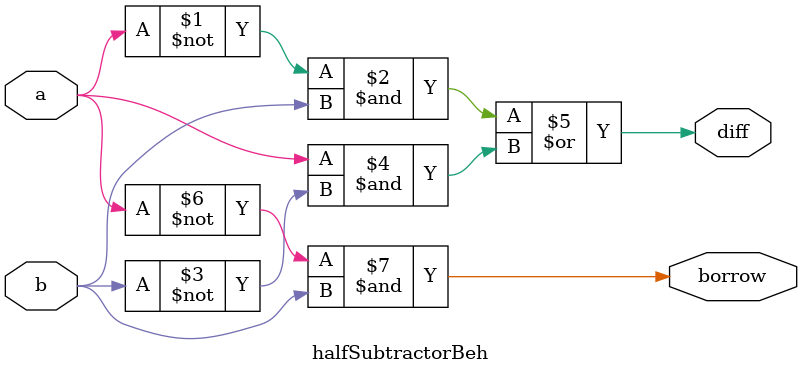
<source format=sv>
`timescale 1ns / 1ps


module halfSubtractorBeh(input logic a,b, output logic diff, borrow

    );
    
    assign diff = ~a&b | a&~b;
    assign borrow = ~a&b; 
endmodule

</source>
